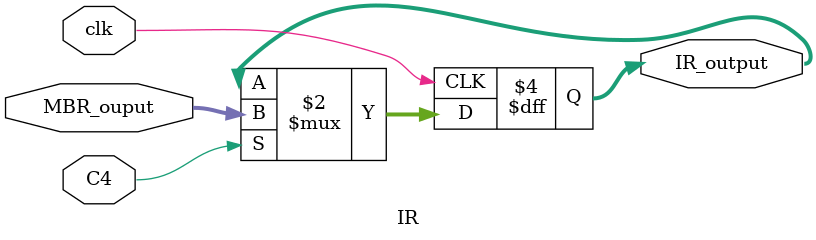
<source format=v>
`timescale 1ns / 1ps


module IR(
    input clk,
    input C4,   // MBR->IR
    input [7:0] MBR_ouput,
    output reg [7:0] IR_output
    );
    
    always @(posedge clk)
    begin
        if(C4)
            IR_output <=  MBR_ouput;
    end
    
    
endmodule

</source>
